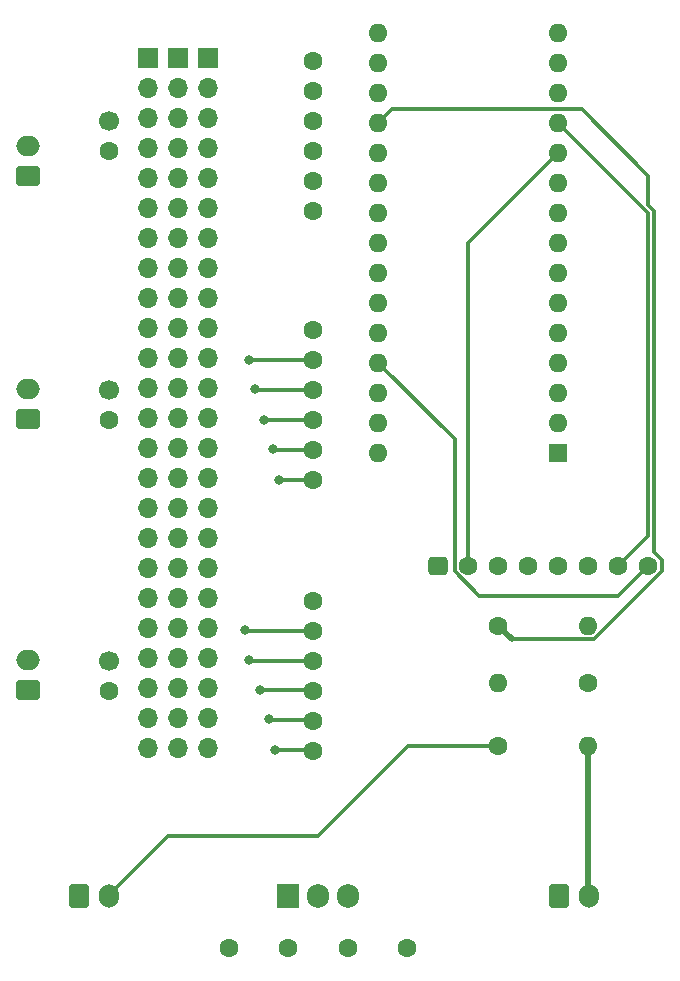
<source format=gbr>
%TF.GenerationSoftware,KiCad,Pcbnew,7.0.6*%
%TF.CreationDate,2023-07-22T19:38:55-06:00*%
%TF.ProjectId,Vib,5669622e-6b69-4636-9164-5f7063625858,3*%
%TF.SameCoordinates,Original*%
%TF.FileFunction,Copper,L2,Bot*%
%TF.FilePolarity,Positive*%
%FSLAX46Y46*%
G04 Gerber Fmt 4.6, Leading zero omitted, Abs format (unit mm)*
G04 Created by KiCad (PCBNEW 7.0.6) date 2023-07-22 19:38:55*
%MOMM*%
%LPD*%
G01*
G04 APERTURE LIST*
G04 Aperture macros list*
%AMRoundRect*
0 Rectangle with rounded corners*
0 $1 Rounding radius*
0 $2 $3 $4 $5 $6 $7 $8 $9 X,Y pos of 4 corners*
0 Add a 4 corners polygon primitive as box body*
4,1,4,$2,$3,$4,$5,$6,$7,$8,$9,$2,$3,0*
0 Add four circle primitives for the rounded corners*
1,1,$1+$1,$2,$3*
1,1,$1+$1,$4,$5*
1,1,$1+$1,$6,$7*
1,1,$1+$1,$8,$9*
0 Add four rect primitives between the rounded corners*
20,1,$1+$1,$2,$3,$4,$5,0*
20,1,$1+$1,$4,$5,$6,$7,0*
20,1,$1+$1,$6,$7,$8,$9,0*
20,1,$1+$1,$8,$9,$2,$3,0*%
G04 Aperture macros list end*
%TA.AperFunction,ComponentPad*%
%ADD10O,1.700000X2.000000*%
%TD*%
%TA.AperFunction,ComponentPad*%
%ADD11RoundRect,0.250000X-0.600000X-0.750000X0.600000X-0.750000X0.600000X0.750000X-0.600000X0.750000X0*%
%TD*%
%TA.AperFunction,ComponentPad*%
%ADD12O,2.000000X1.700000*%
%TD*%
%TA.AperFunction,ComponentPad*%
%ADD13RoundRect,0.250000X0.750000X-0.600000X0.750000X0.600000X-0.750000X0.600000X-0.750000X-0.600000X0*%
%TD*%
%TA.AperFunction,ComponentPad*%
%ADD14R,1.700000X1.700000*%
%TD*%
%TA.AperFunction,ComponentPad*%
%ADD15O,1.700000X1.700000*%
%TD*%
%TA.AperFunction,ComponentPad*%
%ADD16C,1.600000*%
%TD*%
%TA.AperFunction,ComponentPad*%
%ADD17C,1.700000*%
%TD*%
%TA.AperFunction,ComponentPad*%
%ADD18O,1.600000X1.600000*%
%TD*%
%TA.AperFunction,ComponentPad*%
%ADD19R,1.600000X1.600000*%
%TD*%
%TA.AperFunction,ComponentPad*%
%ADD20O,1.905000X2.000000*%
%TD*%
%TA.AperFunction,ComponentPad*%
%ADD21R,1.905000X2.000000*%
%TD*%
%TA.AperFunction,ComponentPad*%
%ADD22RoundRect,0.400000X0.450000X-0.400000X0.450000X0.400000X-0.450000X0.400000X-0.450000X-0.400000X0*%
%TD*%
%TA.AperFunction,ViaPad*%
%ADD23C,0.800000*%
%TD*%
%TA.AperFunction,Conductor*%
%ADD24C,0.300000*%
%TD*%
%TA.AperFunction,Conductor*%
%ADD25C,0.500000*%
%TD*%
G04 APERTURE END LIST*
D10*
%TO.P,J4,2,Pin_2*%
%TO.N,GND*%
X91480000Y-116840000D03*
D11*
%TO.P,J4,1,Pin_1*%
%TO.N,/v_BAT*%
X88940000Y-116840000D03*
%TD*%
D10*
%TO.P,LED Connector,2,Pin_2*%
%TO.N,Net-(LED_Connector1-Pin_2)*%
X50840000Y-116840000D03*
D11*
%TO.P,LED Connector,1,Pin_1*%
%TO.N,/v_BAT*%
X48300000Y-116840000D03*
%TD*%
D12*
%TO.P,J1,2,Pin_2*%
%TO.N,Net-(J1-Pin_2)*%
X44009513Y-96920804D03*
D13*
%TO.P,J1,1,Pin_1*%
%TO.N,Net-(J1-Pin_1)*%
X44009513Y-99460804D03*
%TD*%
D12*
%TO.P,J2,2,Pin_2*%
%TO.N,Net-(J2-Pin_2)*%
X44009513Y-73972611D03*
D13*
%TO.P,J2,1,Pin_1*%
%TO.N,Net-(J2-Pin_1)*%
X44009513Y-76512611D03*
%TD*%
D12*
%TO.P,J3,2,Pin_2*%
%TO.N,Net-(J3-Pin_2)*%
X44009513Y-53340000D03*
D13*
%TO.P,J3,1,Pin_1*%
%TO.N,Net-(J3-Pin_1)*%
X44009513Y-55880000D03*
%TD*%
D14*
%TO.P,REF\u002A\u002A,1*%
%TO.N,N/C*%
X56705780Y-45893906D03*
D15*
%TO.P,REF\u002A\u002A,2*%
X56705780Y-48433906D03*
%TO.P,REF\u002A\u002A,3*%
X56705780Y-50973906D03*
%TO.P,REF\u002A\u002A,4*%
X56705780Y-53513906D03*
%TO.P,REF\u002A\u002A,5*%
X56705780Y-56053906D03*
%TO.P,REF\u002A\u002A,6*%
X56705780Y-58593906D03*
%TO.P,REF\u002A\u002A,7*%
X56705780Y-61133906D03*
%TO.P,REF\u002A\u002A,8*%
X56705780Y-63673906D03*
%TO.P,REF\u002A\u002A,9*%
X56705780Y-66213906D03*
%TO.P,REF\u002A\u002A,10*%
X56705780Y-68753906D03*
%TO.P,REF\u002A\u002A,11*%
X56705780Y-71293906D03*
%TO.P,REF\u002A\u002A,12*%
X56705780Y-73833906D03*
%TO.P,REF\u002A\u002A,13*%
X56705780Y-76373906D03*
%TO.P,REF\u002A\u002A,14*%
X56705780Y-78913906D03*
%TO.P,REF\u002A\u002A,15*%
X56705780Y-81453906D03*
%TO.P,REF\u002A\u002A,16*%
X56705780Y-83993906D03*
%TO.P,REF\u002A\u002A,17*%
X56705780Y-86533906D03*
%TO.P,REF\u002A\u002A,18*%
X56705780Y-89073906D03*
%TO.P,REF\u002A\u002A,19*%
X56705780Y-91613906D03*
%TO.P,REF\u002A\u002A,20*%
X56705780Y-94153906D03*
%TO.P,REF\u002A\u002A,21*%
X56705780Y-96693906D03*
%TO.P,REF\u002A\u002A,22*%
X56705780Y-99233906D03*
%TO.P,REF\u002A\u002A,23*%
X56705780Y-101773906D03*
%TO.P,REF\u002A\u002A,24*%
X56705780Y-104313906D03*
%TD*%
%TO.P,REF\u002A\u002A,24*%
%TO.N,N/C*%
X54165780Y-104313906D03*
%TO.P,REF\u002A\u002A,23*%
X54165780Y-101773906D03*
%TO.P,REF\u002A\u002A,22*%
X54165780Y-99233906D03*
%TO.P,REF\u002A\u002A,21*%
X54165780Y-96693906D03*
%TO.P,REF\u002A\u002A,20*%
X54165780Y-94153906D03*
%TO.P,REF\u002A\u002A,19*%
X54165780Y-91613906D03*
%TO.P,REF\u002A\u002A,18*%
X54165780Y-89073906D03*
%TO.P,REF\u002A\u002A,17*%
X54165780Y-86533906D03*
%TO.P,REF\u002A\u002A,16*%
X54165780Y-83993906D03*
%TO.P,REF\u002A\u002A,15*%
X54165780Y-81453906D03*
%TO.P,REF\u002A\u002A,14*%
X54165780Y-78913906D03*
%TO.P,REF\u002A\u002A,13*%
X54165780Y-76373906D03*
%TO.P,REF\u002A\u002A,12*%
X54165780Y-73833906D03*
%TO.P,REF\u002A\u002A,11*%
X54165780Y-71293906D03*
%TO.P,REF\u002A\u002A,10*%
X54165780Y-68753906D03*
%TO.P,REF\u002A\u002A,9*%
X54165780Y-66213906D03*
%TO.P,REF\u002A\u002A,8*%
X54165780Y-63673906D03*
%TO.P,REF\u002A\u002A,7*%
X54165780Y-61133906D03*
%TO.P,REF\u002A\u002A,6*%
X54165780Y-58593906D03*
%TO.P,REF\u002A\u002A,5*%
X54165780Y-56053906D03*
%TO.P,REF\u002A\u002A,4*%
X54165780Y-53513906D03*
%TO.P,REF\u002A\u002A,3*%
X54165780Y-50973906D03*
%TO.P,REF\u002A\u002A,2*%
X54165780Y-48433906D03*
D14*
%TO.P,REF\u002A\u002A,1*%
X54165780Y-45893906D03*
%TD*%
%TO.P,REF\u002A\u002A,1*%
%TO.N,N/C*%
X59245780Y-45893906D03*
D15*
%TO.P,REF\u002A\u002A,2*%
X59245780Y-48433906D03*
%TO.P,REF\u002A\u002A,3*%
X59245780Y-50973906D03*
%TO.P,REF\u002A\u002A,4*%
X59245780Y-53513906D03*
%TO.P,REF\u002A\u002A,5*%
X59245780Y-56053906D03*
%TO.P,REF\u002A\u002A,6*%
X59245780Y-58593906D03*
%TO.P,REF\u002A\u002A,7*%
X59245780Y-61133906D03*
%TO.P,REF\u002A\u002A,8*%
X59245780Y-63673906D03*
%TO.P,REF\u002A\u002A,9*%
X59245780Y-66213906D03*
%TO.P,REF\u002A\u002A,10*%
X59245780Y-68753906D03*
%TO.P,REF\u002A\u002A,11*%
X59245780Y-71293906D03*
%TO.P,REF\u002A\u002A,12*%
X59245780Y-73833906D03*
%TO.P,REF\u002A\u002A,13*%
X59245780Y-76373906D03*
%TO.P,REF\u002A\u002A,14*%
X59245780Y-78913906D03*
%TO.P,REF\u002A\u002A,15*%
X59245780Y-81453906D03*
%TO.P,REF\u002A\u002A,16*%
X59245780Y-83993906D03*
%TO.P,REF\u002A\u002A,17*%
X59245780Y-86533906D03*
%TO.P,REF\u002A\u002A,18*%
X59245780Y-89073906D03*
%TO.P,REF\u002A\u002A,19*%
X59245780Y-91613906D03*
%TO.P,REF\u002A\u002A,20*%
X59245780Y-94153906D03*
%TO.P,REF\u002A\u002A,21*%
X59245780Y-96693906D03*
%TO.P,REF\u002A\u002A,22*%
X59245780Y-99233906D03*
%TO.P,REF\u002A\u002A,23*%
X59245780Y-101773906D03*
%TO.P,REF\u002A\u002A,24*%
X59245780Y-104313906D03*
%TD*%
D16*
%TO.P,C1,2*%
%TO.N,GND*%
X66040000Y-121295000D03*
%TO.P,C1,1*%
%TO.N,/v_BAT*%
X61040000Y-121295000D03*
%TD*%
D17*
%TO.P,U3,8,O+*%
%TO.N,Net-(J3-Pin_2)*%
X50875934Y-51247611D03*
D16*
%TO.P,U3,7,O-*%
%TO.N,Net-(J3-Pin_1)*%
X50875934Y-53787611D03*
%TO.P,U3,6,EN*%
%TO.N,/D4_EN4*%
X68130128Y-46169872D03*
%TO.P,U3,5,IN*%
%TO.N,/D6_IN*%
X68130128Y-48709872D03*
%TO.P,U3,4,SCL*%
%TO.N,/A5_SCL*%
X68130128Y-51249872D03*
%TO.P,U3,3,SDA*%
%TO.N,/A4_SDA*%
X68130128Y-53789872D03*
%TO.P,U3,2,VCC*%
%TO.N,+5V*%
X68130128Y-56329872D03*
%TO.P,U3,1,GND*%
%TO.N,GND*%
X68130128Y-58869872D03*
%TD*%
D18*
%TO.P,A1,30,VIN*%
%TO.N,/VIN_5v*%
X73660000Y-79370000D03*
%TO.P,A1,29,GND*%
%TO.N,GND*%
X73660000Y-76830000D03*
%TO.P,A1,28,~{RESET}*%
%TO.N,unconnected-(A1-~{RESET}-Pad28)*%
X73660000Y-74290000D03*
%TO.P,A1,27,+5V*%
%TO.N,+5V*%
X73660000Y-71750000D03*
%TO.P,A1,26,A7*%
%TO.N,unconnected-(A1-A7-Pad26)*%
X73660000Y-69210000D03*
%TO.P,A1,25,A6*%
%TO.N,unconnected-(A1-A6-Pad25)*%
X73660000Y-66670000D03*
%TO.P,A1,24,A5*%
%TO.N,/A5_SCL*%
X73660000Y-64130000D03*
%TO.P,A1,23,A4*%
%TO.N,/A4_SDA*%
X73660000Y-61590000D03*
%TO.P,A1,22,A3*%
%TO.N,unconnected-(A1-A3-Pad22)*%
X73660000Y-59050000D03*
%TO.P,A1,21,A2*%
%TO.N,unconnected-(A1-A2-Pad21)*%
X73660000Y-56510000D03*
%TO.P,A1,20,A1*%
%TO.N,unconnected-(A1-A1-Pad20)*%
X73660000Y-53970000D03*
%TO.P,A1,19,A0*%
%TO.N,/A0_VBat*%
X73660000Y-51430000D03*
%TO.P,A1,18,AREF*%
%TO.N,unconnected-(A1-AREF-Pad18)*%
X73660000Y-48890000D03*
%TO.P,A1,17,3V3*%
%TO.N,unconnected-(A1-3V3-Pad17)*%
X73660000Y-46350000D03*
%TO.P,A1,16,D13*%
%TO.N,/D13_SCK*%
X73660000Y-43810000D03*
%TO.P,A1,15,D12*%
%TO.N,/D12_MISO*%
X88900000Y-43810000D03*
%TO.P,A1,14,D11*%
%TO.N,/D11_MOSI*%
X88900000Y-46350000D03*
%TO.P,A1,13,D10*%
%TO.N,/D10_CSN*%
X88900000Y-48890000D03*
%TO.P,A1,12,D9*%
%TO.N,/D9_CE*%
X88900000Y-51430000D03*
%TO.P,A1,11,D8*%
%TO.N,/D8_IRQ*%
X88900000Y-53970000D03*
%TO.P,A1,10,D7*%
%TO.N,unconnected-(A1-D7-Pad10)*%
X88900000Y-56510000D03*
%TO.P,A1,9,D6*%
%TO.N,/D6_IN*%
X88900000Y-59050000D03*
%TO.P,A1,8,D5*%
%TO.N,unconnected-(A1-D5-Pad8)*%
X88900000Y-61590000D03*
%TO.P,A1,7,D4*%
%TO.N,/D4_EN4*%
X88900000Y-64130000D03*
%TO.P,A1,6,D3*%
%TO.N,/D3_EN3*%
X88900000Y-66670000D03*
%TO.P,A1,5,D2*%
%TO.N,/D2_EN2*%
X88900000Y-69210000D03*
%TO.P,A1,4,GND*%
%TO.N,GND*%
X88900000Y-71750000D03*
%TO.P,A1,3,~{RESET}*%
%TO.N,unconnected-(A1-~{RESET}-Pad3)*%
X88900000Y-74290000D03*
%TO.P,A1,2,D0/RX*%
%TO.N,unconnected-(A1-D0{slash}RX-Pad2)*%
X88900000Y-76830000D03*
D19*
%TO.P,A1,1,D1/TX*%
%TO.N,unconnected-(A1-D1{slash}TX-Pad1)*%
X88900000Y-79370000D03*
%TD*%
D16*
%TO.P,C2,2*%
%TO.N,GND*%
X76120000Y-121295000D03*
%TO.P,C2,1*%
%TO.N,/VIN_5v*%
X71120000Y-121295000D03*
%TD*%
D18*
%TO.P,R3,2*%
%TO.N,GND*%
X91455881Y-104140000D03*
D16*
%TO.P,R3,1*%
%TO.N,Net-(LED_Connector1-Pin_2)*%
X83835881Y-104140000D03*
%TD*%
D18*
%TO.P,R2,2*%
%TO.N,GND*%
X91440000Y-93980000D03*
D16*
%TO.P,R2,1*%
%TO.N,/A0_VBat*%
X83820000Y-93980000D03*
%TD*%
D20*
%TO.P,U5,3,VO*%
%TO.N,/VIN_5v*%
X71120000Y-116840000D03*
%TO.P,U5,2,GND*%
%TO.N,GND*%
X68580000Y-116840000D03*
D21*
%TO.P,U5,1,VI*%
%TO.N,/v_BAT*%
X66040000Y-116840000D03*
%TD*%
D18*
%TO.P,R1,2*%
%TO.N,/A0_VBat*%
X83835881Y-98813340D03*
D16*
%TO.P,R1,1*%
%TO.N,/v_BAT*%
X91455881Y-98813340D03*
%TD*%
D17*
%TO.P,U1,8,O+*%
%TO.N,Net-(J1-Pin_2)*%
X50903531Y-96960804D03*
D16*
%TO.P,U1,7,O-*%
%TO.N,Net-(J1-Pin_1)*%
X50903531Y-99500804D03*
%TO.P,U1,6,EN*%
%TO.N,/D2_EN2*%
X68157725Y-91883065D03*
%TO.P,U1,5,IN*%
%TO.N,/D6_IN*%
X68157725Y-94423065D03*
%TO.P,U1,4,SCL*%
%TO.N,/A5_SCL*%
X68157725Y-96963065D03*
%TO.P,U1,3,SDA*%
%TO.N,/A4_SDA*%
X68157725Y-99503065D03*
%TO.P,U1,2,VCC*%
%TO.N,+5V*%
X68157725Y-102043065D03*
%TO.P,U1,1,GND*%
%TO.N,GND*%
X68157725Y-104583065D03*
%TD*%
%TO.P,U4,8,VCC*%
%TO.N,+5V*%
X96520000Y-88900000D03*
%TO.P,U4,7,CE*%
%TO.N,/D9_CE*%
X93980000Y-88900000D03*
%TO.P,U4,6,CSN*%
%TO.N,/D10_CSN*%
X91440000Y-88900000D03*
%TO.P,U4,5,SCK*%
%TO.N,/D13_SCK*%
X88900000Y-88900000D03*
%TO.P,U4,4,MOSI*%
%TO.N,/D11_MOSI*%
X86360000Y-88900000D03*
%TO.P,U4,3,MISO*%
%TO.N,/D12_MISO*%
X83820000Y-88900000D03*
%TO.P,U4,2,IRQ*%
%TO.N,/D8_IRQ*%
X81280000Y-88900000D03*
D22*
%TO.P,U4,1,GND*%
%TO.N,GND*%
X78740000Y-88900000D03*
%TD*%
D17*
%TO.P,U2,8,O+*%
%TO.N,Net-(J2-Pin_2)*%
X50875934Y-74012611D03*
D16*
%TO.P,U2,7,O-*%
%TO.N,Net-(J2-Pin_1)*%
X50875934Y-76552611D03*
%TO.P,U2,6,EN*%
%TO.N,/D3_EN3*%
X68130128Y-68934872D03*
%TO.P,U2,5,IN*%
%TO.N,/D6_IN*%
X68130128Y-71474872D03*
%TO.P,U2,4,SCL*%
%TO.N,/A5_SCL*%
X68130128Y-74014872D03*
%TO.P,U2,3,SDA*%
%TO.N,/A4_SDA*%
X68130128Y-76554872D03*
%TO.P,U2,2,VCC*%
%TO.N,+5V*%
X68130128Y-79094872D03*
%TO.P,U2,1,GND*%
%TO.N,GND*%
X68130128Y-81634872D03*
%TD*%
D23*
%TO.N,GND*%
X64918862Y-104481258D03*
X65254495Y-81628065D03*
%TO.N,/D6_IN*%
X62714495Y-71468065D03*
X62378862Y-94321258D03*
%TO.N,/A4_SDA*%
X63983187Y-76545450D03*
X63647554Y-99398643D03*
%TO.N,/A5_SCL*%
X62714495Y-96868065D03*
X63250000Y-73991997D03*
%TO.N,+5V*%
X64421101Y-101914352D03*
X64756734Y-79061159D03*
%TD*%
D24*
%TO.N,GND*%
X64925669Y-104488065D02*
X64918862Y-104481258D01*
D25*
X91440000Y-116840000D02*
X91440000Y-104140000D01*
D24*
X65261302Y-81634872D02*
X65254495Y-81628065D01*
X68130128Y-81634872D02*
X65261302Y-81634872D01*
X67794495Y-104488065D02*
X64925669Y-104488065D01*
%TO.N,/D6_IN*%
X67794495Y-94328065D02*
X67699495Y-94423065D01*
X62480669Y-94423065D02*
X62378862Y-94321258D01*
X62721302Y-71474872D02*
X62714495Y-71468065D01*
X68130128Y-71474872D02*
X62721302Y-71474872D01*
X67699495Y-94423065D02*
X62480669Y-94423065D01*
%TO.N,/D8_IRQ*%
X88900000Y-53970000D02*
X81280000Y-61590000D01*
X81280000Y-61590000D02*
X81280000Y-88900000D01*
%TO.N,/D9_CE*%
X96520000Y-86360000D02*
X96520000Y-59050000D01*
X96520000Y-59050000D02*
X88900000Y-51430000D01*
X93980000Y-88900000D02*
X96520000Y-86360000D01*
%TO.N,/A4_SDA*%
X63656976Y-99408065D02*
X68062725Y-99408065D01*
X63992609Y-76554872D02*
X63983187Y-76545450D01*
X68130128Y-76554872D02*
X63992609Y-76554872D01*
X68062725Y-99408065D02*
X68157725Y-99503065D01*
%TO.N,/A5_SCL*%
X68130128Y-74014872D02*
X63272875Y-74014872D01*
X63272875Y-74014872D02*
X63250000Y-73991997D01*
X62809495Y-96963065D02*
X67699495Y-96963065D01*
X67699495Y-96963065D02*
X67794495Y-96868065D01*
%TO.N,+5V*%
X80130000Y-89376346D02*
X82193654Y-91440000D01*
X82193654Y-91440000D02*
X93980000Y-91440000D01*
X64454814Y-101948065D02*
X64421101Y-101914352D01*
X64790447Y-79094872D02*
X64756734Y-79061159D01*
X80130000Y-78220000D02*
X80130000Y-89376346D01*
X68130128Y-79094872D02*
X64790447Y-79094872D01*
X73660000Y-71750000D02*
X80130000Y-78220000D01*
X93980000Y-91440000D02*
X96520000Y-88900000D01*
X67794495Y-101948065D02*
X64454814Y-101948065D01*
%TO.N,Net-(LED_Connector1-Pin_2)*%
X83835881Y-104140000D02*
X76200000Y-104140000D01*
X55880000Y-111760000D02*
X50800000Y-116840000D01*
X68580000Y-111760000D02*
X55880000Y-111760000D01*
X76200000Y-104140000D02*
X68580000Y-111760000D01*
%TO.N,/A0_VBat*%
X97020000Y-87773654D02*
X97670000Y-88423654D01*
X97670000Y-88423654D02*
X97670000Y-89376346D01*
X73660000Y-51430000D02*
X74810000Y-50280000D01*
X91916346Y-95130000D02*
X84970000Y-95130000D01*
X74810000Y-50280000D02*
X90920000Y-50280000D01*
X97670000Y-89376346D02*
X91916346Y-95130000D01*
X90920000Y-50280000D02*
X96520000Y-55880000D01*
D25*
X83820000Y-93980000D02*
X84970000Y-95130000D01*
D24*
X96520000Y-55880000D02*
X96520000Y-58342894D01*
X97020000Y-58842894D02*
X97020000Y-87773654D01*
X96520000Y-58342894D02*
X97020000Y-58842894D01*
%TD*%
M02*

</source>
